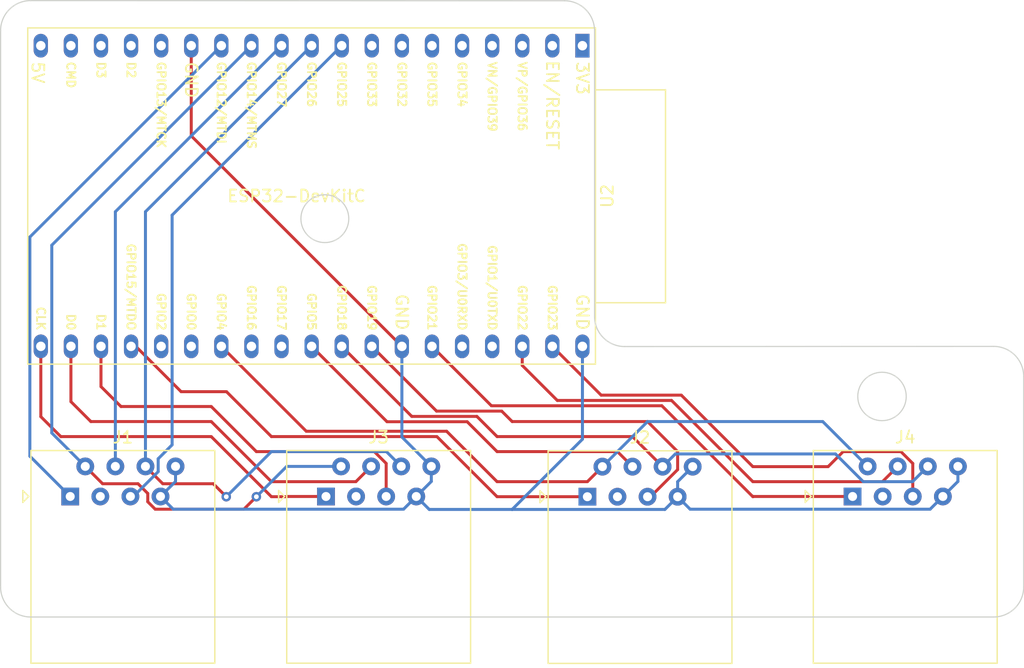
<source format=kicad_pcb>
(kicad_pcb (version 20221018) (generator pcbnew)
  (layers (0 "F.Cu" signal) (31 "B.Cu" signal) (34 "B.Paste" user) (35 "F.Paste" user) (36 "B.SilkS" user "B.Silkscreen") (37 "F.SilkS" user "F.Silkscreen") (38 "B.Mask" user) (39 "F.Mask" user) (44 "Edge.Cuts" user))
  (net 0 "")
  (net 3 "/Red1")
  (net 4 "/Yel1")
  (net 6 "/Blu1")
  (net 7 "/Wht1")
  (net 8 "/Grn1")
  (net 9 "GND")
  (net 24 "/Red4")
  (net 25 "/Yel2")
  (net 26 "/Blu4")
  (net 27 "/Wht4")
  (net 28 "/Grn2")
  (net 29 "/Red3")
  (net 30 "/Blu3")
  (net 31 "/Wht3")
  (net 32 "/Red2")
  (net 34 "/Blu2")
  (net 35 "/Wht2")
  (footprint "Connector_RJ:RJ45_Amphenol_54602-x08_Horizontal" (layer "F.Cu") (at 142.24 91.44)
    (fp_text reference "J2" (at 4.445 -5) (layer "F.SilkS"))
    (fp_text value "RJ45")
    (fp_line (start -4 -0.5) (end -4 0.5) (stroke (width 0.12)) (layer "F.SilkS"))
    (fp_line (start -4 0.5) (end -3.5 0) (stroke (width 0.12)) (layer "F.SilkS"))
    (fp_line (start -3.5 0) (end -4 -0.5) (stroke (width 0.12)) (layer "F.SilkS"))
    (fp_line (start -3.315 -3.88) (end -3.315 14.08) (stroke (width 0.12)) (layer "F.SilkS"))
    (fp_line (start -3.315 14.08) (end 12.205 14.08) (stroke (width 0.12)) (layer "F.SilkS"))
    (fp_line (start 12.205 -3.88) (end -3.315 -3.88) (stroke (width 0.12)) (layer "F.SilkS"))
    (fp_line (start 12.205 -3.88) (end 12.205 14.08) (stroke (width 0.12)) (layer "F.SilkS"))
    (pad "" np_thru_hole circle (at -1.27 6.35) (size 3.2 3.2) (drill 3.2) (layers "*.Cu" "*.Mask"))
    (pad "" np_thru_hole circle (at 10.16 6.35) (size 3.2 3.2) (drill 3.2) (layers "*.Cu" "*.Mask"))
    (pad "1" thru_hole rect (at 0 0) (size 1.5 1.5) (drill 0.76) (layers "*.Cu" "*.Mask") (net 32 "/Red2"))
    (pad "2" thru_hole circle (at 1.27 -2.54) (size 1.5 1.5) (drill 0.76) (layers "*.Cu" "*.Mask") (net 25 "/Yel2"))
    (pad "3" thru_hole circle (at 2.54 0) (size 1.5 1.5) (drill 0.76) (layers "*.Cu" "*.Mask"))
    (pad "4" thru_hole circle (at 3.81 -2.54) (size 1.5 1.5) (drill 0.76) (layers "*.Cu" "*.Mask") (net 34 "/Blu2"))
    (pad "5" thru_hole circle (at 5.08 0) (size 1.5 1.5) (drill 0.76) (layers "*.Cu" "*.Mask") (net 35 "/Wht2"))
    (pad "6" thru_hole circle (at 6.35 -2.54) (size 1.5 1.5) (drill 0.76) (layers "*.Cu" "*.Mask") (net 28 "/Grn2"))
    (pad "7" thru_hole circle (at 7.62 0) (size 1.5 1.5) (drill 0.76) (layers "*.Cu" "*.Mask") (net 9 "GND"))
    (pad "8" thru_hole circle (at 8.89 -2.54) (size 1.5 1.5) (drill 0.76) (layers "*.Cu" "*.Mask") (net 9 "GND"))
  )
  (footprint "Connector_RJ:RJ45_Amphenol_54602-x08_Horizontal" (layer "F.Cu") (at 120.1775 91.42)
    (fp_text reference "J3" (at 4.445 -5) (layer "F.SilkS"))
    (fp_text value "RJ45")
    (fp_line (start -4 -0.5) (end -4 0.5) (stroke (width 0.12)) (layer "F.SilkS"))
    (fp_line (start -4 0.5) (end -3.5 0) (stroke (width 0.12)) (layer "F.SilkS"))
    (fp_line (start -3.5 0) (end -4 -0.5) (stroke (width 0.12)) (layer "F.SilkS"))
    (fp_line (start -3.315 -3.88) (end -3.315 14.08) (stroke (width 0.12)) (layer "F.SilkS"))
    (fp_line (start -3.315 14.08) (end 12.205 14.08) (stroke (width 0.12)) (layer "F.SilkS"))
    (fp_line (start 12.205 -3.88) (end -3.315 -3.88) (stroke (width 0.12)) (layer "F.SilkS"))
    (fp_line (start 12.205 -3.88) (end 12.205 14.08) (stroke (width 0.12)) (layer "F.SilkS"))
    (pad "" np_thru_hole circle (at -1.27 6.35) (size 3.2 3.2) (drill 3.2) (layers "*.Cu" "*.Mask"))
    (pad "" np_thru_hole circle (at 10.16 6.35) (size 3.2 3.2) (drill 3.2) (layers "*.Cu" "*.Mask"))
    (pad "1" thru_hole rect (at 0 0) (size 1.5 1.5) (drill 0.76) (layers "*.Cu" "*.Mask") (net 29 "/Red3"))
    (pad "2" thru_hole circle (at 1.27 -2.54) (size 1.5 1.5) (drill 0.76) (layers "*.Cu" "*.Mask") (net 4 "/Yel1"))
    (pad "3" thru_hole circle (at 2.54 0) (size 1.5 1.5) (drill 0.76) (layers "*.Cu" "*.Mask"))
    (pad "4" thru_hole circle (at 3.81 -2.54) (size 1.5 1.5) (drill 0.76) (layers "*.Cu" "*.Mask") (net 30 "/Blu3"))
    (pad "5" thru_hole circle (at 5.08 0) (size 1.5 1.5) (drill 0.76) (layers "*.Cu" "*.Mask") (net 31 "/Wht3"))
    (pad "6" thru_hole circle (at 6.35 -2.54) (size 1.5 1.5) (drill 0.76) (layers "*.Cu" "*.Mask") (net 8 "/Grn1"))
    (pad "7" thru_hole circle (at 7.62 0) (size 1.5 1.5) (drill 0.76) (layers "*.Cu" "*.Mask") (net 9 "GND"))
    (pad "8" thru_hole circle (at 8.89 -2.54) (size 1.5 1.5) (drill 0.76) (layers "*.Cu" "*.Mask") (net 9 "GND"))
  )
  (footprint "Connector_RJ:RJ45_Amphenol_54602-x08_Horizontal" (layer "F.Cu") (at 98.5875 91.42)
    (fp_text reference "J1" (at 4.445 -5) (layer "F.SilkS"))
    (fp_text value "RJ45")
    (fp_line (start -4 -0.5) (end -4 0.5) (stroke (width 0.12)) (layer "F.SilkS"))
    (fp_line (start -4 0.5) (end -3.5 0) (stroke (width 0.12)) (layer "F.SilkS"))
    (fp_line (start -3.5 0) (end -4 -0.5) (stroke (width 0.12)) (layer "F.SilkS"))
    (fp_line (start -3.315 -3.88) (end -3.315 14.08) (stroke (width 0.12)) (layer "F.SilkS"))
    (fp_line (start -3.315 14.08) (end 12.205 14.08) (stroke (width 0.12)) (layer "F.SilkS"))
    (fp_line (start 12.205 -3.88) (end -3.315 -3.88) (stroke (width 0.12)) (layer "F.SilkS"))
    (fp_line (start 12.205 -3.88) (end 12.205 14.08) (stroke (width 0.12)) (layer "F.SilkS"))
    (pad "" np_thru_hole circle (at -1.27 6.35) (size 3.2 3.2) (drill 3.2) (layers "*.Cu" "*.Mask"))
    (pad "" np_thru_hole circle (at 10.16 6.35) (size 3.2 3.2) (drill 3.2) (layers "*.Cu" "*.Mask"))
    (pad "1" thru_hole rect (at 0 0) (size 1.5 1.5) (drill 0.76) (layers "*.Cu" "*.Mask") (net 3 "/Red1"))
    (pad "2" thru_hole circle (at 1.27 -2.54) (size 1.5 1.5) (drill 0.76) (layers "*.Cu" "*.Mask") (net 4 "/Yel1"))
    (pad "3" thru_hole circle (at 2.54 0) (size 1.5 1.5) (drill 0.76) (layers "*.Cu" "*.Mask"))
    (pad "4" thru_hole circle (at 3.81 -2.54) (size 1.5 1.5) (drill 0.76) (layers "*.Cu" "*.Mask") (net 6 "/Blu1"))
    (pad "5" thru_hole circle (at 5.08 0) (size 1.5 1.5) (drill 0.76) (layers "*.Cu" "*.Mask") (net 7 "/Wht1"))
    (pad "6" thru_hole circle (at 6.35 -2.54) (size 1.5 1.5) (drill 0.76) (layers "*.Cu" "*.Mask") (net 8 "/Grn1"))
    (pad "7" thru_hole circle (at 7.62 0) (size 1.5 1.5) (drill 0.76) (layers "*.Cu" "*.Mask") (net 9 "GND"))
    (pad "8" thru_hole circle (at 8.89 -2.54) (size 1.5 1.5) (drill 0.76) (layers "*.Cu" "*.Mask") (net 9 "GND"))
  )
  (footprint "Connector_RJ:RJ45_Amphenol_54602-x08_Horizontal" (layer "F.Cu") (at 164.6275 91.42)
    (fp_text reference "J4" (at 4.445 -5) (layer "F.SilkS"))
    (fp_text value "RJ45")
    (fp_line (start -4 -0.5) (end -4 0.5) (stroke (width 0.12)) (layer "F.SilkS"))
    (fp_line (start -4 0.5) (end -3.5 0) (stroke (width 0.12)) (layer "F.SilkS"))
    (fp_line (start -3.5 0) (end -4 -0.5) (stroke (width 0.12)) (layer "F.SilkS"))
    (fp_line (start -3.315 -3.88) (end -3.315 14.08) (stroke (width 0.12)) (layer "F.SilkS"))
    (fp_line (start -3.315 14.08) (end 12.205 14.08) (stroke (width 0.12)) (layer "F.SilkS"))
    (fp_line (start 12.205 -3.88) (end -3.315 -3.88) (stroke (width 0.12)) (layer "F.SilkS"))
    (fp_line (start 12.205 -3.88) (end 12.205 14.08) (stroke (width 0.12)) (layer "F.SilkS"))
    (pad "" np_thru_hole circle (at -1.27 6.35) (size 3.2 3.2) (drill 3.2) (layers "*.Cu" "*.Mask"))
    (pad "" np_thru_hole circle (at 10.16 6.35) (size 3.2 3.2) (drill 3.2) (layers "*.Cu" "*.Mask"))
    (pad "1" thru_hole rect (at 0 0) (size 1.5 1.5) (drill 0.76) (layers "*.Cu" "*.Mask") (net 24 "/Red4"))
    (pad "2" thru_hole circle (at 1.27 -2.54) (size 1.5 1.5) (drill 0.76) (layers "*.Cu" "*.Mask") (net 25 "/Yel2"))
    (pad "3" thru_hole circle (at 2.54 0) (size 1.5 1.5) (drill 0.76) (layers "*.Cu" "*.Mask"))
    (pad "4" thru_hole circle (at 3.81 -2.54) (size 1.5 1.5) (drill 0.76) (layers "*.Cu" "*.Mask") (net 26 "/Blu4"))
    (pad "5" thru_hole circle (at 5.08 0) (size 1.5 1.5) (drill 0.76) (layers "*.Cu" "*.Mask") (net 27 "/Wht4"))
    (pad "6" thru_hole circle (at 6.35 -2.54) (size 1.5 1.5) (drill 0.76) (layers "*.Cu" "*.Mask") (net 28 "/Grn2"))
    (pad "7" thru_hole circle (at 7.62 0) (size 1.5 1.5) (drill 0.76) (layers "*.Cu" "*.Mask") (net 9 "GND"))
    (pad "8" thru_hole circle (at 8.89 -2.54) (size 1.5 1.5) (drill 0.76) (layers "*.Cu" "*.Mask") (net 9 "GND"))
  )
  (footprint "PCM_Espressif:ESP32-DevKitC" (layer "F.Cu") (at 141.82344 53.34 -90)
    (fp_text reference "U2" (at 12.7 -2.1 90) (layer "F.SilkS"))
    (fp_text value "ESP32-DevKitC" (at 12.7 24.13) (layer "F.SilkS"))
    (fp_text user "GPIO23" (at 24.13 2.54 -90 unlocked) (layer "F.SilkS") (effects (font (size 0.7 0.7)) (justify right)))
    (fp_text user "GPIO18" (at 24.13 20.32 -90 unlocked) (layer "F.SilkS") (effects (font (size 0.7 0.7)) (justify right)))
    (fp_text user "D2" (at 1.27 38.1 -90 unlocked) (layer "F.SilkS") (effects (font (size 0.7 0.7)) (justify left)))
    (fp_text user "GPIO4" (at 24.13 30.48 -90 unlocked) (layer "F.SilkS") (effects (font (size 0.7 0.7)) (justify right)))
    (fp_text user "D0" (at 24.13 43.18 -90 unlocked) (layer "F.SilkS") (effects (font (size 0.7 0.7)) (justify right)))
    (fp_text user "GPIO35" (at 1.27 12.7 -90 unlocked) (layer "F.SilkS") (effects (font (size 0.7 0.7)) (justify left)))
    (fp_text user "GPIO17" (at 24.13 25.4 -90 unlocked) (layer "F.SilkS") (effects (font (size 0.7 0.7)) (justify right)))
    (fp_text user "GPIO26" (at 1.27 22.86 -90 unlocked) (layer "F.SilkS") (effects (font (size 0.7 0.7)) (justify left)))
    (fp_text user "CMD" (at 1.27 43.18 -90 unlocked) (layer "F.SilkS") (effects (font (size 0.7 0.7)) (justify left)))
    (fp_text user "D3" (at 1.27 40.64 -90 unlocked) (layer "F.SilkS") (effects (font (size 0.7 0.7)) (justify left)))
    (fp_text user "GPIO15/MTDO" (at 24.13 38.1 -90 unlocked) (layer "F.SilkS") (effects (font (size 0.7 0.7)) (justify right)))
    (fp_text user "GPIO22" (at 24.13 5.08 -90 unlocked) (layer "F.SilkS") (effects (font (size 0.7 0.7)) (justify right)))
    (fp_text user "CLK" (at 24.13 45.72 -90 unlocked) (layer "F.SilkS") (effects (font (size 0.7 0.7)) (justify right)))
    (fp_text user "GPIO34" (at 1.27 10.16 -90 unlocked) (layer "F.SilkS") (effects (font (size 0.7 0.7)) (justify left)))
    (fp_text user "GPIO27" (at 1.27 25.4 -90 unlocked) (layer "F.SilkS") (effects (font (size 0.7 0.7)) (justify left)))
    (fp_text user "EN/RESET" (at 8.88632 2.53728 -90 unlocked) (layer "F.SilkS") (effects (justify right)))
    (fp_text user "GPIO21" (at 24.13 12.7 -90 unlocked) (layer "F.SilkS") (effects (font (size 0.7 0.7)) (justify right)))
    (fp_text user "GPIO0" (at 24.13 33.02 -90 unlocked) (layer "F.SilkS") (effects (font (size 0.7 0.7)) (justify right)))
    (fp_text user "GPIO19" (at 24.13 17.78 -90 unlocked) (layer "F.SilkS") (effects (font (size 0.7 0.7)) (justify right)))
    (fp_text user "VN/GPIO39" (at 1.27 7.62 -90 unlocked) (layer "F.SilkS") (effects (font (size 0.7 0.7)) (justify left)))
    (fp_text user "GND" (at 24.13 0 -90 unlocked) (layer "F.SilkS") (effects (justify right)))
    (fp_text user "GPIO16" (at 24.13 27.94 -90 unlocked) (layer "F.SilkS") (effects (font (size 0.7 0.7)) (justify right)))
    (fp_text user "VP/GPIO36" (at 1.27 5.08 -90 unlocked) (layer "F.SilkS") (effects (font (size 0.7 0.7)) (justify left)))
    (fp_text user "5V" (at 1.26632 45.97128 -90 unlocked) (layer "F.SilkS") (effects (justify left)))
    (fp_text user "GND" (at 1.27 33.02 -90 unlocked) (layer "F.SilkS") (effects (justify left)))
    (fp_text user "GPIO25" (at 1.27 20.32 -90 unlocked) (layer "F.SilkS") (effects (font (size 0.7 0.7)) (justify left)))
    (fp_text user "GPIO32" (at 1.27 15.24 -90 unlocked) (layer "F.SilkS") (effects (font (size 0.7 0.7)) (justify left)))
    (fp_text user "GPIO33" (at 1.27 17.78 -90 unlocked) (layer "F.SilkS") (effects (font (size 0.7 0.7)) (justify left)))
    (fp_text user "GPIO3/U0RXD" (at 24.13 10.16 -90 unlocked) (layer "F.SilkS") (effects (font (size 0.7 0.7)) (justify right)))
    (fp_text user "GPIO1/U0TXD" (at 24.13 7.62 -90 unlocked) (layer "F.SilkS") (effects (font (size 0.7 0.7)) (justify right)))
    (fp_text user "GND" (at 24.13 15.24 -90 unlocked) (layer "F.SilkS") (effects (justify right)))
    (fp_text user "GPIO2" (at 24.13 35.56 -90 unlocked) (layer "F.SilkS") (effects (font (size 0.7 0.7)) (justify right)))
    (fp_text user "D1" (at 24.13 40.64 -90 unlocked) (layer "F.SilkS") (effects (font (size 0.7 0.7)) (justify right)))
    (fp_text user "3V3" (at 1.27 0 -90 unlocked) (layer "F.SilkS") (effects (justify left)))
    (fp_text user "GPIO12/MTDI" (at 1.27 30.48 -90 unlocked) (layer "F.SilkS") (effects (font (size 0.7 0.7)) (justify left)))
    (fp_text user "GPIO13/MTCK" (at 1.27 35.56 -90 unlocked) (layer "F.SilkS") (effects (font (size 0.7 0.7)) (justify left)))
    (fp_text user "GPIO5" (at 24.13 22.86 -90 unlocked) (layer "F.SilkS") (effects (font (size 0.7 0.7)) (justify right)))
    (fp_text user "GPIO14/MTMS" (at 1.27 27.94 -90 unlocked) (layer "F.SilkS") (effects (font (size 0.7 0.7)) (justify left)))
    (fp_line (start -1.5 46.82) (end 26.899999 46.82) (stroke (width 0.12)) (layer "F.SilkS"))
    (fp_line (start -1.499999 -1.1) (end -1.5 46.82) (stroke (width 0.12)) (layer "F.SilkS"))
    (fp_line (start 3.73012 -7.01312) (end 21.71332 -7.01312) (stroke (width 0.12)) (layer "F.SilkS"))
    (fp_line (start 3.73012 -1.12032) (end 3.73012 -7.01312) (stroke (width 0.12)) (layer "F.SilkS"))
    (fp_line (start 21.71332 -7.01312) (end 21.71332 -1.12032) (stroke (width 0.12)) (layer "F.SilkS"))
    (fp_line (start 26.899999 46.82) (end 26.9 -1.1) (stroke (width 0.12)) (layer "F.SilkS"))
    (fp_line (start 26.9 -1.1) (end -1.499999 -1.1) (stroke (width 0.12)) (layer "F.SilkS"))
    (pad "1" thru_hole rect (at 0 0 180) (size 1.2 2) (drill 0.8) (layers "*.Cu" "*.Mask"))
    (pad "2" thru_hole oval (at 0 2.54 180) (size 1.2 2) (drill 0.8) (layers "*.Cu" "*.Mask"))
    (pad "3" thru_hole oval (at 0 5.08 180) (size 1.2 2) (drill 0.8) (layers "*.Cu" "*.Mask"))
    (pad "4" thru_hole oval (at 0 7.62 180) (size 1.2 2) (drill 0.8) (layers "*.Cu" "*.Mask"))
    (pad "5" thru_hole oval (at 0 10.16 180) (size 1.2 2) (drill 0.8) (layers "*.Cu" "*.Mask"))
    (pad "6" thru_hole oval (at 0 12.7 180) (size 1.2 2) (drill 0.8) (layers "*.Cu" "*.Mask"))
    (pad "7" thru_hole oval (at 0 15.24 180) (size 1.2 2) (drill 0.8) (layers "*.Cu" "*.Mask"))
    (pad "8" thru_hole oval (at 0 17.78 180) (size 1.2 2) (drill 0.8) (layers "*.Cu" "*.Mask"))
    (pad "9" thru_hole oval (at 0 20.32 180) (size 1.2 2) (drill 0.8) (layers "*.Cu" "*.Mask") (net 7 "/Wht1"))
    (pad "10" thru_hole oval (at 0 22.86 180) (size 1.2 2) (drill 0.8) (layers "*.Cu" "*.Mask") (net 8 "/Grn1"))
    (pad "11" thru_hole oval (at 0 25.4 180) (size 1.2 2) (drill 0.8) (layers "*.Cu" "*.Mask") (net 6 "/Blu1"))
    (pad "12" thru_hole oval (at 0 27.94 180) (size 1.2 2) (drill 0.8) (layers "*.Cu" "*.Mask") (net 4 "/Yel1"))
    (pad "13" thru_hole oval (at 0 30.48 180) (size 1.2 2) (drill 0.8) (layers "*.Cu" "*.Mask") (net 3 "/Red1"))
    (pad "14" thru_hole oval (at 0 33.02 180) (size 1.2 2) (drill 0.8) (layers "*.Cu" "*.Mask") (net 9 "GND"))
    (pad "15" thru_hole oval (at 0 35.56 180) (size 1.2 2) (drill 0.8) (layers "*.Cu" "*.Mask"))
    (pad "16" thru_hole oval (at 0 38.1 180) (size 1.2 2) (drill 0.8) (layers "*.Cu" "*.Mask"))
    (pad "17" thru_hole oval (at 0 40.64 180) (size 1.2 2) (drill 0.8) (layers "*.Cu" "*.Mask"))
    (pad "18" thru_hole oval (at 0 43.18 180) (size 1.2 2) (drill 0.8) (layers "*.Cu" "*.Mask"))
    (pad "19" thru_hole oval (at 0 45.72 180) (size 1.2 2) (drill 0.8) (layers "*.Cu" "*.Mask"))
    (pad "20" thru_hole oval (at 25.39632 45.71728 180) (size 1.2 2) (drill 0.8) (layers "*.Cu" "*.Mask") (net 29 "/Red3"))
    (pad "21" thru_hole oval (at 25.39632 43.17728 180) (size 1.2 2) (drill 0.8) (layers "*.Cu" "*.Mask") (net 30 "/Blu3"))
    (pad "22" thru_hole oval (at 25.4 40.64 180) (size 1.2 2) (drill 0.8) (layers "*.Cu" "*.Mask") (net 31 "/Wht3"))
    (pad "23" thru_hole oval (at 25.4 38.1 180) (size 1.2 2) (drill 0.8) (layers "*.Cu" "*.Mask") (net 32 "/Red2"))
    (pad "24" thru_hole oval (at 25.4 35.56 180) (size 1.2 2) (drill 0.8) (layers "*.Cu" "*.Mask"))
    (pad "25" thru_hole oval (at 25.4 33.02 180) (size 1.2 2) (drill 0.8) (layers "*.Cu" "*.Mask"))
    (pad "26" thru_hole oval (at 25.4 30.48 180) (size 1.2 2) (drill 0.8) (layers "*.Cu" "*.Mask") (net 25 "/Yel2"))
    (pad "27" thru_hole oval (at 25.4 27.94 180) (size 1.2 2) (drill 0.8) (layers "*.Cu" "*.Mask"))
    (pad "28" thru_hole oval (at 25.4 25.4 180) (size 1.2 2) (drill 0.8) (layers "*.Cu" "*.Mask"))
    (pad "29" thru_hole oval (at 25.4 22.86 180) (size 1.2 2) (drill 0.8) (layers "*.Cu" "*.Mask") (net 34 "/Blu2"))
    (pad "30" thru_hole oval (at 25.4 20.32 180) (size 1.2 2) (drill 0.8) (layers "*.Cu" "*.Mask") (net 28 "/Grn2"))
    (pad "31" thru_hole oval (at 25.4 17.78 180) (size 1.2 2) (drill 0.8) (layers "*.Cu" "*.Mask") (net 35 "/Wht2"))
    (pad "32" thru_hole oval (at 25.4 15.24 180) (size 1.2 2) (drill 0.8) (layers "*.Cu" "*.Mask") (net 9 "GND"))
    (pad "33" thru_hole oval (at 25.4 12.7 180) (size 1.2 2) (drill 0.8) (layers "*.Cu" "*.Mask") (net 24 "/Red4"))
    (pad "34" thru_hole oval (at 25.4 10.16 180) (size 1.2 2) (drill 0.8) (layers "*.Cu" "*.Mask"))
    (pad "35" thru_hole oval (at 25.4 7.62 180) (size 1.2 2) (drill 0.8) (layers "*.Cu" "*.Mask"))
    (pad "36" thru_hole oval (at 25.4 5.08 180) (size 1.2 2) (drill 0.8) (layers "*.Cu" "*.Mask") (net 26 "/Blu4"))
    (pad "37" thru_hole oval (at 25.4 2.54 180) (size 1.2 2) (drill 0.8) (layers "*.Cu" "*.Mask") (net 27 "/Wht4"))
    (pad "38" thru_hole oval (at 25.4 0 180) (size 1.2 2) (drill 0.8) (layers "*.Cu" "*.Mask") (net 9 "GND"))
  )
  (gr_line (start 176.53 101.6) (end 95.25 101.6) (stroke (width 0.1)) (layer "Edge.Cuts"))
  (gr_arc (start 176.53 78.740001) (mid 178.326051 79.483949) (end 179.069999 81.28) (stroke (width 0.1)) (layer "Edge.Cuts"))
  (gr_circle (center 167.11 82.97) (end 165.32 81.98) (stroke (width 0.1)) (fill none) (layer "Edge.Cuts"))
  (gr_line (start 142.846051 52.083949) (end 142.846052 76.213949) (stroke (width 0.1)) (layer "Edge.Cuts"))
  (gr_circle (center 120.08 67.95) (end 118.06 67.91) (stroke (width 0.1)) (fill none) (layer "Edge.Cuts"))
  (gr_arc (start 92.71 52.07) (mid 93.453949 50.273949) (end 95.25 49.53) (stroke (width 0.1)) (layer "Edge.Cuts"))
  (gr_arc (start 140.306051 49.543949) (mid 142.102102 50.287898) (end 142.846051 52.083949) (stroke (width 0.1)) (layer "Edge.Cuts"))
  (gr_arc (start 145.386051 78.753948) (mid 143.59 78.01) (end 142.846052 76.213949) (stroke (width 0.1)) (layer "Edge.Cuts"))
  (gr_line (start 95.25 49.53) (end 140.306051 49.543949) (stroke (width 0.1)) (layer "Edge.Cuts"))
  (gr_line (start 92.71 52.07) (end 92.71 99.06) (stroke (width 0.1)) (layer "Edge.Cuts"))
  (gr_line (start 179.07 99.06) (end 179.069999 81.28) (stroke (width 0.1)) (layer "Edge.Cuts"))
  (gr_arc (start 179.07 99.06) (mid 178.326051 100.856051) (end 176.53 101.6) (stroke (width 0.1)) (layer "Edge.Cuts"))
  (gr_line (start 145.386051 78.753948) (end 176.53 78.740001) (stroke (width 0.1)) (layer "Edge.Cuts"))
  (gr_arc (start 95.25 101.6) (mid 93.453949 100.856051) (end 92.71 99.06) (stroke (width 0.1)) (layer "Edge.Cuts"))
  (segment (start 95.18116 88.01366) (end 95.18116 69.50228) (width 0.25) (layer "B.Cu") (net 3))
  (segment (start 95.18116 69.50228) (end 111.34344 53.34) (width 0.25) (layer "B.Cu") (net 3))
  (segment (start 98.5875 91.42) (end 95.18116 88.01366) (width 0.25) (layer "B.Cu") (net 3))
  (segment (start 113.245 92.495) (end 114.3 91.44) (width 0.25) (layer "F.Cu") (net 4))
  (segment (start 104.315 90.345) (end 105.1325 91.1625) (width 0.25) (layer "F.Cu") (net 4))
  (segment (start 105.76222 92.495) (end 113.245 92.495) (width 0.25) (layer "F.Cu") (net 4))
  (segment (start 105.1325 91.86528) (end 105.76222 92.495) (width 0.25) (layer "F.Cu") (net 4))
  (segment (start 101.3225 90.345) (end 104.315 90.345) (width 0.25) (layer "F.Cu") (net 4))
  (segment (start 105.1325 91.1625) (end 105.1325 91.86528) (width 0.25) (layer "F.Cu") (net 4))
  (segment (start 99.8575 88.88) (end 101.3225 90.345) (width 0.25) (layer "F.Cu") (net 4))
  (via (at 114.3 91.44) (size 0.8) (drill 0.4) (layers "F.Cu" "B.Cu") (net 4))
  (segment (start 116.86 88.88) (end 114.3 91.44) (width 0.25) (layer "B.Cu") (net 4))
  (segment (start 97.03116 86.05366) (end 97.03116 70.19228) (width 0.25) (layer "B.Cu") (net 4))
  (segment (start 97.03116 70.19228) (end 113.88344 53.34) (width 0.25) (layer "B.Cu") (net 4))
  (segment (start 99.8575 88.88) (end 97.03116 86.05366) (width 0.25) (layer "B.Cu") (net 4))
  (segment (start 121.4475 88.88) (end 116.86 88.88) (width 0.25) (layer "B.Cu") (net 4))
  (segment (start 102.3975 67.36594) (end 116.42344 53.34) (width 0.25) (layer "B.Cu") (net 6))
  (segment (start 102.3975 88.88) (end 102.3975 67.36594) (width 0.25) (layer "B.Cu") (net 6))
  (segment (start 106.0125 88.2325) (end 107.18844 87.05656) (width 0.25) (layer "B.Cu") (net 7))
  (segment (start 107.18844 87.05656) (end 107.18844 67.655) (width 0.25) (layer "B.Cu") (net 7))
  (segment (start 103.91778 91.42) (end 106.0125 89.32528) (width 0.25) (layer "B.Cu") (net 7))
  (segment (start 107.18844 67.655) (end 121.50344 53.34) (width 0.25) (layer "B.Cu") (net 7))
  (segment (start 103.6675 91.42) (end 103.91778 91.42) (width 0.25) (layer "B.Cu") (net 7))
  (segment (start 106.0125 89.32528) (end 106.0125 88.2325) (width 0.25) (layer "B.Cu") (net 7))
  (segment (start 110.665 90.345) (end 111.76 91.44) (width 0.25) (layer "F.Cu") (net 8))
  (segment (start 106.4025 90.345) (end 110.665 90.345) (width 0.25) (layer "F.Cu") (net 8))
  (segment (start 104.9375 88.88) (end 106.4025 90.345) (width 0.25) (layer "F.Cu") (net 8))
  (via (at 111.76 91.44) (size 0.8) (drill 0.4) (layers "F.Cu" "B.Cu") (net 8))
  (segment (start 126.5275 88.88) (end 125.2775 87.63) (width 0.25) (layer "B.Cu") (net 8))
  (segment (start 115.57 87.63) (end 111.76 91.44) (width 0.25) (layer "B.Cu") (net 8))
  (segment (start 104.9375 88.88) (end 104.9375 67.36594) (width 0.25) (layer "B.Cu") (net 8))
  (segment (start 125.2775 87.63) (end 115.57 87.63) (width 0.25) (layer "B.Cu") (net 8))
  (segment (start 104.9375 67.36594) (end 118.96344 53.34) (width 0.25) (layer "B.Cu") (net 8))
  (segment (start 108.80344 60.96) (end 126.58344 78.74) (width 0.25) (layer "F.Cu") (net 9))
  (segment (start 108.80344 53.34) (end 108.80344 60.96) (width 0.25) (layer "F.Cu") (net 9))
  (segment (start 128.8925 92.515) (end 127.7975 91.42) (width 0.25) (layer "B.Cu") (net 9))
  (segment (start 171.1725 92.495) (end 150.915 92.495) (width 0.25) (layer "B.Cu") (net 9))
  (segment (start 107.2825 92.495) (end 106.2075 91.42) (width 0.25) (layer "B.Cu") (net 9))
  (segment (start 126.58344 78.74) (end 126.58344 86.39594) (width 0.25) (layer "B.Cu") (net 9))
  (segment (start 173.5175 90.15) (end 172.2475 91.42) (width 0.25) (layer "B.Cu") (net 9))
  (segment (start 129.0675 90.15) (end 127.7975 91.42) (width 0.25) (layer "B.Cu") (net 9))
  (segment (start 127.7975 91.42) (end 126.7225 92.495) (width 0.25) (layer "B.Cu") (net 9))
  (segment (start 151.13 88.9) (end 149.86 90.17) (width 0.25) (layer "B.Cu") (net 9))
  (segment (start 106.2075 91.42) (end 107.4775 90.15) (width 0.25) (layer "B.Cu") (net 9))
  (segment (start 148.785 92.515) (end 135.89 92.515) (width 0.25) (layer "B.Cu") (net 9))
  (segment (start 149.86 91.44) (end 148.785 92.515) (width 0.25) (layer "B.Cu") (net 9))
  (segment (start 149.86 90.17) (end 149.86 91.44) (width 0.25) (layer "B.Cu") (net 9))
  (segment (start 135.89 92.515) (end 128.8925 92.515) (width 0.25) (layer "B.Cu") (net 9))
  (segment (start 150.915 92.495) (end 149.86 91.44) (width 0.25) (layer "B.Cu") (net 9))
  (segment (start 107.4775 90.15) (end 107.4775 88.88) (width 0.25) (layer "B.Cu") (net 9))
  (segment (start 135.89 92.515) (end 141.82344 86.58156) (width 0.25) (layer "B.Cu") (net 9))
  (segment (start 173.5175 88.88) (end 173.5175 90.15) (width 0.25) (layer "B.Cu") (net 9))
  (segment (start 129.0675 88.88) (end 129.0675 90.15) (width 0.25) (layer "B.Cu") (net 9))
  (segment (start 172.2475 91.42) (end 171.1725 92.495) (width 0.25) (layer "B.Cu") (net 9))
  (segment (start 141.82344 86.58156) (end 141.82344 78.74) (width 0.25) (layer "B.Cu") (net 9))
  (segment (start 126.7225 92.495) (end 107.2825 92.495) (width 0.25) (layer "B.Cu") (net 9))
  (segment (start 126.58344 86.39594) (end 129.0675 88.88) (width 0.25) (layer "B.Cu") (net 9))
  (segment (start 156.23 91.42) (end 164.6275 91.42) (width 0.25) (layer "F.Cu") (net 24))
  (segment (start 156.21 91.44) (end 156.23 91.42) (width 0.25) (layer "F.Cu") (net 24))
  (segment (start 134.14 83.75656) (end 148.52656 83.75656) (width 0.25) (layer "F.Cu") (net 24))
  (segment (start 148.52656 83.75656) (end 156.21 91.44) (width 0.25) (layer "F.Cu") (net 24))
  (segment (start 129.12344 78.74) (end 134.14 83.75656) (width 0.25) (layer "F.Cu") (net 24))
  (segment (start 130.36 85.91) (end 134.62 90.17) (width 0.25) (layer "F.Cu") (net 25))
  (segment (start 111.34344 78.74) (end 118.51344 85.91) (width 0.25) (layer "F.Cu") (net 25))
  (segment (start 142.24 90.17) (end 143.51 88.9) (width 0.25) (layer "F.Cu") (net 25))
  (segment (start 134.62 90.17) (end 142.24 90.17) (width 0.25) (layer "F.Cu") (net 25))
  (segment (start 118.51344 85.91) (end 130.36 85.91) (width 0.25) (layer "F.Cu") (net 25))
  (segment (start 162.1075 85.09) (end 165.8975 88.88) (width 0.25) (layer "B.Cu") (net 25))
  (segment (start 147.32 85.09) (end 162.1075 85.09) (width 0.25) (layer "B.Cu") (net 25))
  (segment (start 143.51 88.9) (end 147.32 85.09) (width 0.25) (layer "B.Cu") (net 25))
  (segment (start 156.21 90.17) (end 167.1475 90.17) (width 0.25) (layer "F.Cu") (net 26))
  (segment (start 149.34656 83.30656) (end 156.21 90.17) (width 0.25) (layer "F.Cu") (net 26))
  (segment (start 136.74344 78.74) (end 136.74344 80.35) (width 0.25) (layer "F.Cu") (net 26))
  (segment (start 167.1475 90.17) (end 168.4375 88.88) (width 0.25) (layer "F.Cu") (net 26))
  (segment (start 139.7 83.30656) (end 149.34656 83.30656) (width 0.25) (layer "F.Cu") (net 26))
  (segment (start 136.74344 80.35) (end 139.7 83.30656) (width 0.25) (layer "F.Cu") (net 26))
  (segment (start 150.16656 82.85656) (end 156.21 88.9) (width 0.25) (layer "F.Cu") (net 27))
  (segment (start 162.56 88.9) (end 163.83 87.63) (width 0.25) (layer "F.Cu") (net 27))
  (segment (start 168.70778 87.63) (end 169.7075 88.62972) (width 0.25) (layer "F.Cu") (net 27))
  (segment (start 143.4 82.85656) (end 150.16656 82.85656) (width 0.25) (layer "F.Cu") (net 27))
  (segment (start 169.7075 88.62972) (end 169.7075 91.42) (width 0.25) (layer "F.Cu") (net 27))
  (segment (start 156.21 88.9) (end 162.56 88.9) (width 0.25) (layer "F.Cu") (net 27))
  (segment (start 139.28344 78.74) (end 143.4 82.85656) (width 0.25) (layer "F.Cu") (net 27))
  (segment (start 163.83 87.63) (end 168.70778 87.63) (width 0.25) (layer "F.Cu") (net 27))
  (segment (start 121.50344 78.74) (end 127.42 84.65656) (width 0.25) (layer "F.Cu") (net 28))
  (segment (start 127.42 84.65656) (end 132.91656 84.65656) (width 0.25) (layer "F.Cu") (net 28))
  (segment (start 132.91656 84.65656) (end 134.62 86.36) (width 0.25) (layer "F.Cu") (net 28))
  (segment (start 146.05 86.36) (end 148.59 88.9) (width 0.25) (layer "F.Cu") (net 28))
  (segment (start 134.62 86.36) (end 146.05 86.36) (width 0.25) (layer "F.Cu") (net 28))
  (segment (start 148.59 88.9) (end 149.665 87.825) (width 0.25) (layer "B.Cu") (net 28))
  (segment (start 165.5275 90.17) (end 169.6875 90.17) (width 0.25) (layer "B.Cu") (net 28))
  (segment (start 149.665 87.825) (end 163.1825 87.825) (width 0.25) (layer "B.Cu") (net 28))
  (segment (start 169.6875 90.17) (end 170.9775 88.88) (width 0.25) (layer "B.Cu") (net 28))
  (segment (start 163.1825 87.825) (end 165.5275 90.17) (width 0.25) (layer "B.Cu") (net 28))
  (segment (start 96.10616 78.73632) (end 96.10616 84.67616) (width 0.25) (layer "F.Cu") (net 29))
  (segment (start 96.10616 84.67616) (end 97.79 86.36) (width 0.25) (layer "F.Cu") (net 29))
  (segment (start 110.49 86.36) (end 115.57 91.44) (width 0.25) (layer "F.Cu") (net 29))
  (segment (start 116.86 91.42) (end 120.1775 91.42) (width 0.25) (layer "F.Cu") (net 29))
  (segment (start 116.84 91.44) (end 116.86 91.42) (width 0.25) (layer "F.Cu") (net 29))
  (segment (start 97.79 86.36) (end 110.49 86.36) (width 0.25) (layer "F.Cu") (net 29))
  (segment (start 115.57 91.44) (end 116.84 91.44) (width 0.25) (layer "F.Cu") (net 29))
  (segment (start 98.64616 78.73632) (end 98.64616 83.40616) (width 0.25) (layer "F.Cu") (net 30))
  (segment (start 115.57 90.17) (end 122.6975 90.17) (width 0.25) (layer "F.Cu") (net 30))
  (segment (start 98.64616 83.40616) (end 100.33 85.09) (width 0.25) (layer "F.Cu") (net 30))
  (segment (start 100.33 85.09) (end 110.49 85.09) (width 0.25) (layer "F.Cu") (net 30))
  (segment (start 122.6975 90.17) (end 123.9875 88.88) (width 0.25) (layer "F.Cu") (net 30))
  (segment (start 110.49 85.09) (end 115.57 90.17) (width 0.25) (layer "F.Cu") (net 30))
  (segment (start 125.2575 88.62972) (end 125.2575 91.42) (width 0.25) (layer "F.Cu") (net 31))
  (segment (start 101.18344 82.13344) (end 102.87 83.82) (width 0.25) (layer "F.Cu") (net 31))
  (segment (start 101.18344 78.74) (end 101.18344 82.13344) (width 0.25) (layer "F.Cu") (net 31))
  (segment (start 124.25778 87.63) (end 125.2575 88.62972) (width 0.25) (layer "F.Cu") (net 31))
  (segment (start 102.87 83.82) (end 110.49 83.82) (width 0.25) (layer "F.Cu") (net 31))
  (segment (start 114.3 87.63) (end 124.25778 87.63) (width 0.25) (layer "F.Cu") (net 31))
  (segment (start 110.49 83.82) (end 114.3 87.63) (width 0.25) (layer "F.Cu") (net 31))
  (segment (start 107.95 82.56656) (end 111.77656 82.56656) (width 0.25) (layer "F.Cu") (net 32))
  (segment (start 103.72344 78.74) (end 104.12344 78.74) (width 0.25) (layer "F.Cu") (net 32))
  (segment (start 104.12344 78.74) (end 107.95 82.56656) (width 0.25) (layer "F.Cu") (net 32))
  (segment (start 115.57 86.36) (end 129.54 86.36) (width 0.25) (layer "F.Cu") (net 32))
  (segment (start 129.54 86.36) (end 134.62 91.44) (width 0.25) (layer "F.Cu") (net 32))
  (segment (start 111.77656 82.56656) (end 115.57 86.36) (width 0.25) (layer "F.Cu") (net 32))
  (segment (start 134.62 91.44) (end 142.24 91.44) (width 0.25) (layer "F.Cu") (net 32))
  (segment (start 134.62 87.63) (end 144.78 87.63) (width 0.25) (layer "F.Cu") (net 34))
  (segment (start 132.09656 85.10656) (end 134.62 87.63) (width 0.25) (layer "F.Cu") (net 34))
  (segment (start 125.33 85.10656) (end 132.09656 85.10656) (width 0.25) (layer "F.Cu") (net 34))
  (segment (start 118.96344 78.74) (end 125.33 85.10656) (width 0.25) (layer "F.Cu") (net 34))
  (segment (start 144.78 87.63) (end 146.05 88.9) (width 0.25) (layer "F.Cu") (net 34))
  (segment (start 124.04344 78.74) (end 129.51 84.20656) (width 0.25) (layer "F.Cu") (net 35))
  (segment (start 147.57028 91.44) (end 147.32 91.44) (width 0.25) (layer "F.Cu") (net 35))
  (segment (start 147.32 85.09) (end 149.86 87.63) (width 0.25) (layer "F.Cu") (net 35))
  (segment (start 149.86 87.63) (end 149.86 89.15028) (width 0.25) (layer "F.Cu") (net 35))
  (segment (start 135.00656 84.20656) (end 135.89 85.09) (width 0.25) (layer "F.Cu") (net 35))
  (segment (start 129.51 84.20656) (end 135.00656 84.20656) (width 0.25) (layer "F.Cu") (net 35))
  (segment (start 135.89 85.09) (end 147.32 85.09) (width 0.25) (layer "F.Cu") (net 35))
  (segment (start 149.86 89.15028) (end 147.57028 91.44) (width 0.25) (layer "F.Cu") (net 35))
)
</source>
